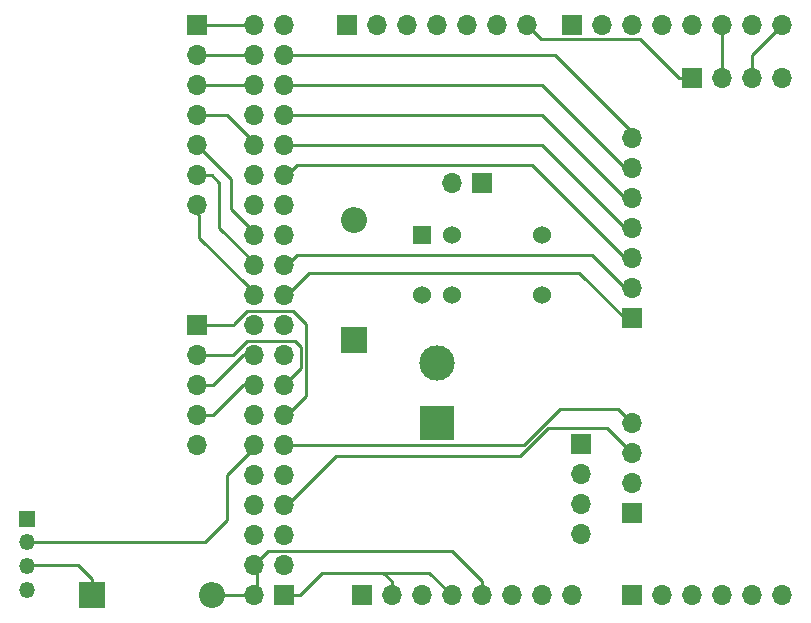
<source format=gtl>
G04 #@! TF.GenerationSoftware,KiCad,Pcbnew,(5.1.2)-2*
G04 #@! TF.CreationDate,2020-03-09T18:48:08+09:00*
G04 #@! TF.ProjectId,simpleRTK2BpiHAT,73696d70-6c65-4525-944b-324270694841,rev?*
G04 #@! TF.SameCoordinates,PX69db1f0PY7882d48*
G04 #@! TF.FileFunction,Copper,L1,Top*
G04 #@! TF.FilePolarity,Positive*
%FSLAX46Y46*%
G04 Gerber Fmt 4.6, Leading zero omitted, Abs format (unit mm)*
G04 Created by KiCad (PCBNEW (5.1.2)-2) date 2020-03-09 18:48:08*
%MOMM*%
%LPD*%
G04 APERTURE LIST*
%ADD10O,1.700000X1.700000*%
%ADD11R,1.700000X1.700000*%
%ADD12O,1.350000X1.350000*%
%ADD13R,1.350000X1.350000*%
%ADD14C,3.000000*%
%ADD15R,3.000000X3.000000*%
%ADD16C,1.524000*%
%ADD17R,1.524000X1.524000*%
%ADD18O,2.200000X2.200000*%
%ADD19R,2.200000X2.200000*%
%ADD20C,0.250000*%
G04 APERTURE END LIST*
D10*
X63500000Y46355000D03*
X60960000Y46355000D03*
X58420000Y46355000D03*
D11*
X55880000Y46355000D03*
D10*
X13970000Y15240000D03*
X13970000Y17780000D03*
X13970000Y20320000D03*
X13970000Y22860000D03*
D11*
X13970000Y25400000D03*
D10*
X46482000Y7747000D03*
X46482000Y10287000D03*
X46482000Y12827000D03*
D11*
X46482000Y15367000D03*
X50800000Y2540000D03*
D10*
X53340000Y2540000D03*
X55880000Y2540000D03*
X58420000Y2540000D03*
X60960000Y2540000D03*
X63500000Y2540000D03*
X50800000Y17145000D03*
X50800000Y14605000D03*
X50800000Y12065000D03*
D11*
X50800000Y9525000D03*
D10*
X18821400Y50825400D03*
X21361400Y50825400D03*
X18821400Y48285400D03*
X21361400Y48285400D03*
X18821400Y45745400D03*
X21361400Y45745400D03*
X18821400Y43205400D03*
X21361400Y43205400D03*
X18821400Y40665400D03*
X21361400Y40665400D03*
X18821400Y38125400D03*
X21361400Y38125400D03*
X18821400Y35585400D03*
X21361400Y35585400D03*
X18821400Y33045400D03*
X21361400Y33045400D03*
X18821400Y30505400D03*
X21361400Y30505400D03*
X18821400Y27965400D03*
X21361400Y27965400D03*
X18821400Y25425400D03*
X21361400Y25425400D03*
X18821400Y22885400D03*
X21361400Y22885400D03*
X18821400Y20345400D03*
X21361400Y20345400D03*
X18821400Y17805400D03*
X21361400Y17805400D03*
X18821400Y15265400D03*
X21361400Y15265400D03*
X18821400Y12725400D03*
X21361400Y12725400D03*
X18821400Y10185400D03*
X21361400Y10185400D03*
X18821400Y7645400D03*
X21361400Y7645400D03*
X18821400Y5105400D03*
X21361400Y5105400D03*
X18821400Y2565400D03*
D11*
X21361400Y2565400D03*
D10*
X13970000Y35560000D03*
X13970000Y38100000D03*
X13970000Y40640000D03*
X13970000Y43180000D03*
X13970000Y45720000D03*
X13970000Y48260000D03*
D11*
X13970000Y50800000D03*
D12*
X-381000Y3017000D03*
X-381000Y5017000D03*
X-381000Y7017000D03*
D13*
X-381000Y9017000D03*
D10*
X50800000Y41275000D03*
X50800000Y38735000D03*
X50800000Y36195000D03*
X50800000Y33655000D03*
X50800000Y31115000D03*
X50800000Y28575000D03*
D11*
X50800000Y26035000D03*
D10*
X35560000Y37465000D03*
D11*
X38100000Y37465000D03*
D10*
X41910000Y50800000D03*
X39370000Y50800000D03*
X36830000Y50800000D03*
X34290000Y50800000D03*
X31750000Y50800000D03*
X29210000Y50800000D03*
D11*
X26670000Y50800000D03*
D10*
X63500000Y50800000D03*
X60960000Y50800000D03*
X58420000Y50800000D03*
X55880000Y50800000D03*
X53340000Y50800000D03*
X50800000Y50800000D03*
X48260000Y50800000D03*
D11*
X45720000Y50800000D03*
D10*
X45720000Y2540000D03*
X43180000Y2540000D03*
X40640000Y2540000D03*
X38100000Y2540000D03*
X35560000Y2540000D03*
X33020000Y2540000D03*
X30480000Y2540000D03*
D11*
X27940000Y2540000D03*
D14*
X34290000Y22225000D03*
D15*
X34290000Y17145000D03*
D16*
X43180000Y27940000D03*
X43180000Y33020000D03*
X35560000Y27940000D03*
X35560000Y33020000D03*
X33020000Y27940000D03*
D17*
X33020000Y33020000D03*
D18*
X27305000Y34290000D03*
D19*
X27305000Y24130000D03*
D18*
X15240000Y2540000D03*
D19*
X5080000Y2540000D03*
D20*
X38072060Y2567940D02*
X38100000Y2540000D01*
X38100000Y2692400D02*
X38100000Y2540000D01*
X15240000Y2540000D02*
X19050000Y2540000D01*
X19050000Y2540000D02*
X19050000Y5080000D01*
X19671399Y5955399D02*
X18821400Y5105400D01*
X19996401Y6280401D02*
X19671399Y5955399D01*
X35561680Y6280401D02*
X19996401Y6280401D01*
X38100000Y3742081D02*
X35561680Y6280401D01*
X38100000Y2540000D02*
X38100000Y3742081D01*
X43152060Y2567940D02*
X43180000Y2540000D01*
X40612060Y2567940D02*
X40640000Y2540000D01*
X35532060Y2567940D02*
X35560000Y2540000D01*
X30452060Y2567940D02*
X30480000Y2540000D01*
X30480000Y2692400D02*
X30480000Y2540000D01*
X22690000Y2540000D02*
X24595000Y4445000D01*
X21590000Y2540000D02*
X22690000Y2540000D01*
X33655000Y4445000D02*
X35560000Y2540000D01*
X30480000Y4445000D02*
X33655000Y4445000D01*
X24595000Y4445000D02*
X30480000Y4445000D01*
X30480000Y3742081D02*
X29777081Y4445000D01*
X30480000Y2540000D02*
X30480000Y3742081D01*
X5080000Y3890000D02*
X5080000Y2540000D01*
X3890000Y5080000D02*
X5080000Y3890000D01*
X0Y5080000D02*
X3890000Y5080000D01*
X17847919Y20320000D02*
X19050000Y20320000D01*
X13716000Y17780000D02*
X15307919Y17780000D01*
X15307919Y17780000D02*
X17847919Y20320000D01*
X17847919Y22860000D02*
X15307919Y20320000D01*
X19050000Y22860000D02*
X17847919Y22860000D01*
X15307919Y20320000D02*
X13716000Y20320000D01*
X22211399Y21195399D02*
X21361400Y20345400D01*
X22765001Y21749001D02*
X22211399Y21195399D01*
X22765001Y23589999D02*
X22765001Y21749001D01*
X22294599Y24060401D02*
X22765001Y23589999D01*
X18257399Y24060401D02*
X22294599Y24060401D01*
X17056998Y22860000D02*
X18257399Y24060401D01*
X13716000Y22860000D02*
X17056998Y22860000D01*
X21590000Y17780000D02*
X23215011Y19405011D01*
X23215011Y19405011D02*
X23215011Y25513991D01*
X22128601Y26600401D02*
X23215011Y25513991D01*
X18257399Y26600401D02*
X22128601Y26600401D01*
X17145000Y25488002D02*
X18257399Y26600401D01*
X17145000Y25400000D02*
X13716000Y25400000D01*
X18200001Y28789999D02*
X19050000Y27940000D01*
X14184999Y32805001D02*
X18200001Y28789999D01*
X14184999Y34710001D02*
X14184999Y32805001D01*
X13335000Y35560000D02*
X14184999Y34710001D01*
X15240000Y38100000D02*
X13970000Y38100000D01*
X15875000Y37465000D02*
X15240000Y38100000D01*
X19050000Y30480000D02*
X15875000Y33655000D01*
X15875000Y33655000D02*
X15875000Y37465000D01*
X16840200Y37769800D02*
X13970000Y40640000D01*
X19050000Y33020000D02*
X16840200Y35229800D01*
X16840200Y35229800D02*
X16840200Y37769800D01*
X-381000Y7017000D02*
X14637000Y7017000D01*
X14637000Y7017000D02*
X16510000Y8890000D01*
X16510000Y12700000D02*
X19050000Y15240000D01*
X16510000Y8890000D02*
X16510000Y12700000D01*
X13335000Y50800000D02*
X19050000Y50800000D01*
X17847919Y48260000D02*
X13335000Y48260000D01*
X19050000Y48260000D02*
X17847919Y48260000D01*
X22792081Y48260000D02*
X21590000Y48260000D01*
X44280000Y48260000D02*
X22792081Y48260000D01*
X50800000Y41740000D02*
X44280000Y48260000D01*
X50800000Y40640000D02*
X50800000Y41740000D01*
X13335000Y45720000D02*
X19050000Y45720000D01*
X43180000Y45720000D02*
X50800000Y38100000D01*
X21590000Y45720000D02*
X43180000Y45720000D01*
X43180000Y43180000D02*
X50800000Y35560000D01*
X21590000Y43180000D02*
X43180000Y43180000D01*
X16510000Y43180000D02*
X19050000Y40640000D01*
X13335000Y43180000D02*
X16510000Y43180000D01*
X43180000Y40640000D02*
X50800000Y33020000D01*
X21590000Y40640000D02*
X43180000Y40640000D01*
X49950001Y31329999D02*
X50800000Y30480000D01*
X42330001Y38949999D02*
X49950001Y31329999D01*
X22439999Y38949999D02*
X42330001Y38949999D01*
X21590000Y38100000D02*
X22439999Y38949999D01*
X49950001Y28789999D02*
X50800000Y27940000D01*
X47410001Y31329999D02*
X49950001Y28789999D01*
X22439999Y31329999D02*
X47410001Y31329999D01*
X21590000Y30480000D02*
X22439999Y31329999D01*
X50800000Y25400000D02*
X46355000Y29845000D01*
X23495000Y29845000D02*
X21590000Y27940000D01*
X46355000Y29845000D02*
X23495000Y29845000D01*
X41654590Y15240000D02*
X44702590Y18288000D01*
X21590000Y15240000D02*
X41654590Y15240000D01*
X49657000Y18288000D02*
X50800000Y17145000D01*
X44702590Y18288000D02*
X49657000Y18288000D01*
X60960000Y48260000D02*
X63500000Y50800000D01*
X60960000Y48260000D02*
X60960000Y47530001D01*
X60960000Y47530001D02*
X60960000Y46355000D01*
X25748999Y14318999D02*
X41369999Y14318999D01*
X21590000Y10160000D02*
X25748999Y14318999D01*
X49950001Y15454999D02*
X50800000Y14605000D01*
X48735999Y16669001D02*
X49950001Y15454999D01*
X43720001Y16669001D02*
X48735999Y16669001D01*
X41369999Y14318999D02*
X43720001Y16669001D01*
X60960000Y2692400D02*
X60960000Y2540000D01*
X58420000Y50800000D02*
X58420000Y46355000D01*
X42759999Y49950001D02*
X41910000Y50800000D01*
X43085001Y49624999D02*
X42759999Y49950001D01*
X51510001Y49624999D02*
X43085001Y49624999D01*
X54780000Y46355000D02*
X51510001Y49624999D01*
X55880000Y46355000D02*
X54780000Y46355000D01*
M02*

</source>
